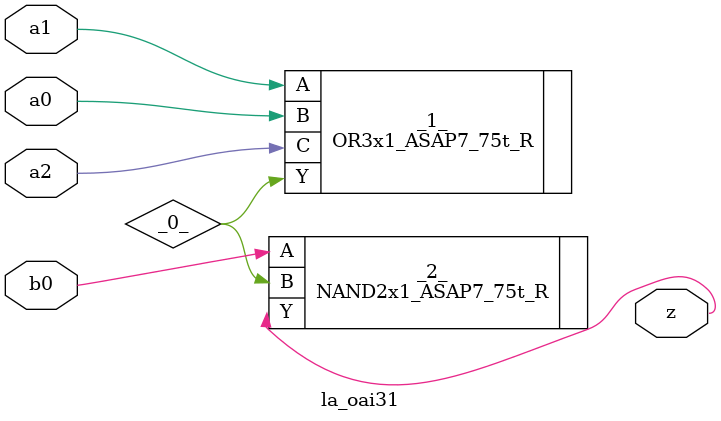
<source format=v>

/* Generated by Yosys 0.40 (git sha1 a1bb0255d, g++ 11.4.0-1ubuntu1~22.04 -fPIC -Os) */

module la_oai31(a0, a1, a2, b0, z);
  wire _0_;
  input a0;
  wire a0;
  input a1;
  wire a1;
  input a2;
  wire a2;
  input b0;
  wire b0;
  output z;
  wire z;
  OR3x1_ASAP7_75t_R _1_ (
    .A(a1),
    .B(a0),
    .C(a2),
    .Y(_0_)
  );
  NAND2x1_ASAP7_75t_R _2_ (
    .A(b0),
    .B(_0_),
    .Y(z)
  );
endmodule

</source>
